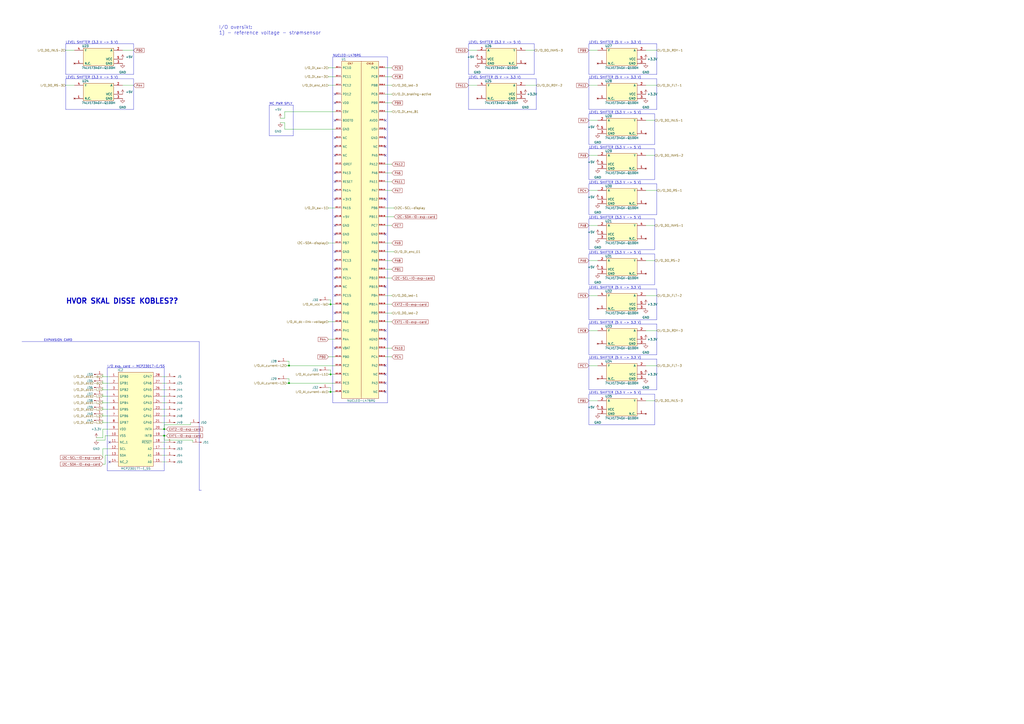
<source format=kicad_sch>
(kicad_sch (version 20230121) (generator eeschema)
  (paper "A2")
  (title_block (title "3-phase DC/AC converter with SV-PWM") (date "2023-03-16") (rev "V. 1.1") (comment 1 "Ingrid Hovland") (comment 2 "Eirik Skorve Haugland") (comment 3 "Marius Englund"))
  (junction (at 167.64 212.09))
  (junction (at 191.77 217.17))
  (junction (at 95.25 248.92))
  (junction (at 95.25 252.73))
  (junction (at 167.64 222.25))
  (junction (at 191.77 227.33))
  (junction (at 191.77 176.53))
  (no_connect (at 194.31 115.57))
  (no_connect (at 194.31 181.61))
  (no_connect (at 194.31 161.29))
  (no_connect (at 194.31 100.33))
  (no_connect (at 223.52 212.09))
  (no_connect (at 194.31 69.85))
  (no_connect (at 223.52 90.17))
  (no_connect (at 194.31 90.17))
  (no_connect (at 194.31 85.09))
  (no_connect (at 194.31 201.93))
  (no_connect (at 223.52 69.85))
  (no_connect (at 194.31 166.37))
  (no_connect (at 194.31 171.45))
  (no_connect (at 194.31 54.61))
  (no_connect (at 63.5 256.54))
  (no_connect (at 194.31 125.73))
  (no_connect (at 194.31 191.77))
  (no_connect (at 223.52 80.01))
  (no_connect (at 223.52 85.09))
  (no_connect (at 194.31 59.69))
  (no_connect (at 194.31 156.21))
  (no_connect (at 223.52 166.37))
  (no_connect (at 194.31 146.05))
  (no_connect (at 223.52 222.25))
  (no_connect (at 223.52 135.89))
  (no_connect (at 223.52 227.33))
  (no_connect (at 194.31 80.01))
  (no_connect (at 223.52 217.17))
  (no_connect (at 223.52 196.85))
  (no_connect (at 194.31 135.89))
  (no_connect (at 194.31 110.49))
  (no_connect (at 194.31 130.81))
  (no_connect (at 63.5 267.97))
  (no_connect (at 194.31 151.13))
  (no_connect (at 223.52 191.77))
  (no_connect (at 223.52 115.57))
  (no_connect (at 223.52 74.93))
  (no_connect (at 194.31 105.41))
  (wire (pts (xy 374.65 151.13) (xy 379.73 151.13)))
  (wire (pts (xy 341.63 69.85) (xy 346.71 69.85)))
  (wire (pts (xy 223.52 201.93) (xy 227.33 201.93)))
  (polyline (pts (xy 271.78 45.72) (xy 271.78 63.5)))
  (wire (pts (xy 93.98 237.49) (xy 96.52 237.49)))
  (polyline (pts (xy 311.15 63.5) (xy 271.78 63.5)))
  (wire (pts (xy 223.52 156.21) (xy 227.33 156.21)))
  (wire (pts (xy 304.8 49.53) (xy 311.15 49.53)))
  (wire (pts (xy 167.64 212.09) (xy 194.31 212.09)))
  (polyline (pts (xy 381 63.5) (xy 341.63 63.5)))
  (wire (pts (xy 59.69 232.41) (xy 59.69 233.68)))
  (polyline (pts (xy 341.63 167.64) (xy 381 167.64)))
  (wire (pts (xy 223.52 125.73) (xy 228.6 125.73)))
  (polyline (pts (xy 77.47 43.18) (xy 38.1 43.18)))
  (polyline (pts (xy 341.63 45.72) (xy 381 45.72)))
  (polyline (pts (xy 341.63 127) (xy 341.63 144.78)))
  (polyline (pts (xy 77.47 63.5) (xy 38.1 63.5)))
  (wire (pts (xy 55.88 254) (xy 59.69 254)))
  (wire (pts (xy 95.25 252.73) (xy 96.52 252.73)))
  (wire (pts (xy 223.52 59.69) (xy 227.33 59.69)))
  (wire (pts (xy 341.63 151.13) (xy 346.71 151.13)))
  (polyline (pts (xy 381 106.68) (xy 381 124.46)))
  (wire (pts (xy 223.52 161.29) (xy 227.33 161.29)))
  (polyline (pts (xy 115.57 284.48) (xy 116.84 284.48)))
  (polyline (pts (xy 95.25 213.36) (xy 95.25 273.05)))
  (wire (pts (xy 374.65 130.81) (xy 379.73 130.81)))
  (wire (pts (xy 162.56 71.12) (xy 165.1 71.12)))
  (wire (pts (xy 223.52 64.77) (xy 227.33 64.77)))
  (wire (pts (xy 167.64 222.25) (xy 194.31 222.25)))
  (wire (pts (xy 223.52 181.61) (xy 227.33 181.61)))
  (polyline (pts (xy 341.63 25.4) (xy 381 25.4)))
  (wire (pts (xy 191.77 217.17) (xy 194.31 217.17)))
  (wire (pts (xy 59.69 229.87) (xy 63.5 229.87)))
  (polyline (pts (xy 77.47 45.72) (xy 77.47 63.5)))
  (polyline (pts (xy 379.73 127) (xy 379.73 144.78)))
  (polyline (pts (xy 271.78 25.4) (xy 271.78 43.18)))
  (polyline (pts (xy 341.63 228.6) (xy 379.73 228.6)))
  (wire (pts (xy 110.49 246.38) (xy 95.25 246.38)))
  (wire (pts (xy 374.65 232.41) (xy 379.73 232.41)))
  (polyline (pts (xy 341.63 187.96) (xy 381 187.96)))
  (wire (pts (xy 223.52 95.25) (xy 227.33 95.25)))
  (wire (pts (xy 223.52 54.61) (xy 227.33 54.61)))
  (wire (pts (xy 341.63 29.21) (xy 346.71 29.21)))
  (wire (pts (xy 93.98 229.87) (xy 96.52 229.87)))
  (polyline (pts (xy 156.21 60.96) (xy 156.21 60.96)))
  (wire (pts (xy 223.52 146.05) (xy 228.6 146.05)))
  (polyline (pts (xy 381 226.06) (xy 341.63 226.06)))
  (polyline (pts (xy 271.78 25.4) (xy 309.88 25.4)))
  (wire (pts (xy 93.98 260.35) (xy 96.52 260.35)))
  (wire (pts (xy 111.76 255.27) (xy 95.25 255.27)))
  (wire (pts (xy 341.63 232.41) (xy 346.71 232.41)))
  (wire (pts (xy 271.78 29.21) (xy 276.86 29.21)))
  (wire (pts (xy 341.63 130.81) (xy 346.71 130.81)))
  (wire (pts (xy 166.37 222.25) (xy 167.64 222.25)))
  (wire (pts (xy 223.52 171.45) (xy 227.33 171.45)))
  (wire (pts (xy 59.69 243.84) (xy 59.69 245.11)))
  (wire (pts (xy 59.69 224.79) (xy 59.69 226.06)))
  (polyline (pts (xy 309.88 25.4) (xy 309.88 43.18)))
  (wire (pts (xy 59.69 218.44) (xy 63.5 218.44)))
  (polyline (pts (xy 341.63 147.32) (xy 379.73 147.32)))
  (wire (pts (xy 341.63 212.09) (xy 346.71 212.09)))
  (wire (pts (xy 374.65 29.21) (xy 381 29.21)))
  (polyline (pts (xy 341.63 147.32) (xy 341.63 165.1)))
  (polyline (pts (xy 341.63 106.68) (xy 341.63 124.46)))
  (polyline (pts (xy 379.73 83.82) (xy 341.63 83.82)))
  (polyline (pts (xy 381 208.28) (xy 381 226.06)))
  (polyline (pts (xy 115.57 198.12) (xy 115.57 284.48)))
  (wire (pts (xy 190.5 217.17) (xy 191.77 217.17)))
  (polyline (pts (xy 62.23 213.36) (xy 95.25 213.36)))
  (polyline (pts (xy 379.73 246.38) (xy 341.63 246.38)))
  (wire (pts (xy 93.98 264.16) (xy 96.52 264.16)))
  (wire (pts (xy 110.49 245.11) (xy 110.49 246.38)))
  (wire (pts (xy 59.69 248.92) (xy 63.5 248.92)))
  (polyline (pts (xy 381 205.74) (xy 341.63 205.74)))
  (wire (pts (xy 374.65 110.49) (xy 381 110.49)))
  (wire (pts (xy 191.77 176.53) (xy 194.31 176.53)))
  (wire (pts (xy 59.69 245.11) (xy 63.5 245.11)))
  (wire (pts (xy 341.63 191.77) (xy 346.71 191.77)))
  (wire (pts (xy 374.65 90.17) (xy 379.73 90.17)))
  (wire (pts (xy 95.25 246.38) (xy 95.25 248.92)))
  (polyline (pts (xy 379.73 228.6) (xy 379.73 246.38)))
  (polyline (pts (xy 341.63 167.64) (xy 341.63 185.42)))
  (wire (pts (xy 374.65 212.09) (xy 381 212.09)))
  (polyline (pts (xy 381 124.46) (xy 341.63 124.46)))
  (wire (pts (xy 59.69 265.43) (xy 59.69 260.35)))
  (wire (pts (xy 59.69 241.3) (xy 63.5 241.3)))
  (wire (pts (xy 93.98 222.25) (xy 96.52 222.25)))
  (polyline (pts (xy 309.88 43.18) (xy 271.78 43.18)))
  (polyline (pts (xy 341.63 208.28) (xy 341.63 226.06)))
  (wire (pts (xy 223.52 176.53) (xy 227.33 176.53)))
  (wire (pts (xy 60.96 255.27) (xy 60.96 252.73)))
  (wire (pts (xy 59.69 233.68) (xy 63.5 233.68)))
  (wire (pts (xy 191.77 214.63) (xy 191.77 217.17)))
  (wire (pts (xy 190.5 207.01) (xy 194.31 207.01)))
  (polyline (pts (xy 379.73 66.04) (xy 379.73 83.82)))
  (wire (pts (xy 190.5 196.85) (xy 194.31 196.85)))
  (wire (pts (xy 60.96 264.16) (xy 63.5 264.16)))
  (wire (pts (xy 93.98 245.11) (xy 96.52 245.11)))
  (wire (pts (xy 191.77 173.99) (xy 191.77 176.53)))
  (polyline (pts (xy 379.73 104.14) (xy 341.63 104.14)))
  (wire (pts (xy 223.52 151.13) (xy 227.33 151.13)))
  (wire (pts (xy 59.69 269.24) (xy 60.96 269.24)))
  (wire (pts (xy 38.1 29.21) (xy 43.18 29.21)))
  (polyline (pts (xy 95.25 273.05) (xy 62.23 273.05)))
  (wire (pts (xy 59.69 240.03) (xy 59.69 241.3)))
  (wire (pts (xy 223.52 39.37) (xy 227.33 39.37)))
  (polyline (pts (xy 379.73 165.1) (xy 341.63 165.1)))
  (polyline (pts (xy 311.15 45.72) (xy 311.15 63.5)))
  (wire (pts (xy 59.69 237.49) (xy 63.5 237.49)))
  (polyline (pts (xy 381 45.72) (xy 381 63.5)))
  (wire (pts (xy 95.25 252.73) (xy 95.25 255.27)))
  (wire (pts (xy 167.64 219.71) (xy 167.64 222.25)))
  (wire (pts (xy 93.98 267.97) (xy 96.52 267.97)))
  (polyline (pts (xy 379.73 86.36) (xy 379.73 104.14)))
  (wire (pts (xy 374.65 171.45) (xy 381 171.45)))
  (wire (pts (xy 95.25 248.92) (xy 96.52 248.92)))
  (polyline (pts (xy 341.63 187.96) (xy 341.63 205.74)))
  (polyline (pts (xy 224.79 33.02) (xy 224.79 233.68)))
  (wire (pts (xy 71.12 49.53) (xy 77.47 49.53)))
  (wire (pts (xy 191.77 224.79) (xy 191.77 227.33)))
  (polyline (pts (xy 224.79 233.68) (xy 193.04 233.68)))
  (polyline (pts (xy 341.63 45.72) (xy 341.63 63.5)))
  (polyline (pts (xy 381 187.96) (xy 381 205.74)))
  (wire (pts (xy 166.37 209.55) (xy 167.64 209.55)))
  (wire (pts (xy 167.64 209.55) (xy 167.64 212.09)))
  (wire (pts (xy 374.65 191.77) (xy 381 191.77)))
  (wire (pts (xy 166.37 219.71) (xy 167.64 219.71)))
  (wire (pts (xy 190.5 120.65) (xy 194.31 120.65)))
  (wire (pts (xy 223.52 105.41) (xy 227.33 105.41)))
  (polyline (pts (xy 341.63 127) (xy 379.73 127)))
  (wire (pts (xy 38.1 49.53) (xy 43.18 49.53)))
  (polyline (pts (xy 341.63 86.36) (xy 341.63 104.14)))
  (wire (pts (xy 223.52 186.69) (xy 227.33 186.69)))
  (wire (pts (xy 93.98 252.73) (xy 95.25 252.73)))
  (wire (pts (xy 93.98 256.54) (xy 96.52 256.54)))
  (wire (pts (xy 59.69 217.17) (xy 59.69 218.44)))
  (wire (pts (xy 304.8 29.21) (xy 309.88 29.21)))
  (wire (pts (xy 374.65 69.85) (xy 379.73 69.85)))
  (wire (pts (xy 166.37 212.09) (xy 167.64 212.09)))
  (wire (pts (xy 93.98 233.68) (xy 96.52 233.68)))
  (polyline (pts (xy 381 43.18) (xy 341.63 43.18)))
  (wire (pts (xy 341.63 171.45) (xy 346.71 171.45)))
  (wire (pts (xy 190.5 49.53) (xy 194.31 49.53)))
  (wire (pts (xy 271.78 49.53) (xy 276.86 49.53)))
  (polyline (pts (xy 62.23 217.17) (xy 62.23 273.05)))
  (wire (pts (xy 190.5 224.79) (xy 191.77 224.79)))
  (wire (pts (xy 190.5 214.63) (xy 191.77 214.63)))
  (wire (pts (xy 223.52 100.33) (xy 227.33 100.33)))
  (polyline (pts (xy 341.63 25.4) (xy 341.63 43.18)))
  (wire (pts (xy 162.56 68.58) (xy 165.1 68.58)))
  (polyline (pts (xy 170.18 78.74) (xy 156.21 78.74)))
  (polyline (pts (xy 379.73 144.78) (xy 341.63 144.78)))
  (polyline (pts (xy 341.63 106.68) (xy 381 106.68)))
  (polyline (pts (xy 381 185.42) (xy 341.63 185.42)))
  (wire (pts (xy 223.52 110.49) (xy 227.33 110.49)))
  (wire (pts (xy 223.52 44.45) (xy 227.33 44.45)))
  (wire (pts (xy 55.88 255.27) (xy 60.96 255.27)))
  (wire (pts (xy 59.69 236.22) (xy 59.69 237.49)))
  (wire (pts (xy 71.12 29.21) (xy 77.47 29.21)))
  (wire (pts (xy 93.98 218.44) (xy 96.52 218.44)))
  (polyline (pts (xy 381 25.4) (xy 381 43.18)))
  (polyline (pts (xy 341.63 66.04) (xy 341.63 83.82)))
  (wire (pts (xy 165.1 74.93) (xy 194.31 74.93)))
  (polyline (pts (xy 193.04 33.02) (xy 224.79 33.02)))
  (polyline (pts (xy 156.21 78.74) (xy 156.21 60.96)))
  (wire (pts (xy 190.5 186.69) (xy 194.31 186.69)))
  (wire (pts (xy 59.69 220.98) (xy 59.69 222.25)))
  (wire (pts (xy 59.69 260.35) (xy 63.5 260.35)))
  (polyline (pts (xy 62.23 217.17) (xy 62.23 213.36)))
  (polyline (pts (xy 381 167.64) (xy 381 185.42)))
  (wire (pts (xy 223.52 49.53) (xy 227.33 49.53)))
  (wire (pts (xy 190.5 173.99) (xy 191.77 173.99)))
  (polyline (pts (xy 271.78 45.72) (xy 311.15 45.72)))
  (wire (pts (xy 191.77 227.33) (xy 194.31 227.33)))
  (polyline (pts (xy 38.1 45.72) (xy 38.1 63.5)))
  (wire (pts (xy 59.69 226.06) (xy 63.5 226.06)))
  (wire (pts (xy 223.52 130.81) (xy 227.33 130.81)))
  (wire (pts (xy 165.1 64.77) (xy 194.31 64.77)))
  (wire (pts (xy 190.5 140.97) (xy 194.31 140.97)))
  (polyline (pts (xy 341.63 228.6) (xy 341.63 246.38)))
  (wire (pts (xy 60.96 269.24) (xy 60.96 264.16)))
  (wire (pts (xy 190.5 44.45) (xy 194.31 44.45)))
  (wire (pts (xy 223.52 120.65) (xy 228.6 120.65)))
  (wire (pts (xy 341.63 110.49) (xy 346.71 110.49)))
  (polyline (pts (xy 193.04 33.02) (xy 193.04 233.68)))
  (wire (pts (xy 190.5 39.37) (xy 194.31 39.37)))
  (wire (pts (xy 111.76 256.54) (xy 111.76 255.27)))
  (wire (pts (xy 341.63 90.17) (xy 346.71 90.17)))
  (polyline (pts (xy 341.63 66.04) (xy 379.73 66.04)))
  (polyline (pts (xy 38.1 45.72) (xy 77.47 45.72)))
  (wire (pts (xy 59.69 228.6) (xy 59.69 229.87)))
  (wire (pts (xy 93.98 226.06) (xy 96.52 226.06)))
  (wire (pts (xy 59.69 222.25) (xy 63.5 222.25)))
  (wire (pts (xy 59.69 254) (xy 59.69 248.92)))
  (wire (pts (xy 60.96 252.73) (xy 63.5 252.73)))
  (wire (pts (xy 223.52 140.97) (xy 227.33 140.97)))
  (polyline (pts (xy 341.63 208.28) (xy 381 208.28)))
  (polyline (pts (xy 38.1 25.4) (xy 38.1 43.18)))
  (wire (pts (xy 223.52 207.01) (xy 227.33 207.01)))
  (wire (pts (xy 93.98 248.92) (xy 95.25 248.92)))
  (polyline (pts (xy 77.47 25.4) (xy 77.47 43.18)))
  (polyline (pts (xy 38.1 25.4) (xy 77.47 25.4)))
  (wire (pts (xy 341.63 49.53) (xy 346.71 49.53)))
  (wire (pts (xy 374.65 49.53) (xy 381 49.53)))
  (wire (pts (xy 190.5 227.33) (xy 191.77 227.33)))
  (wire (pts (xy 93.98 241.3) (xy 96.52 241.3)))
  (polyline (pts (xy 170.18 60.96) (xy 170.18 78.74)))
  (polyline (pts (xy 341.63 86.36) (xy 379.73 86.36)))
  (wire (pts (xy 165.1 74.93) (xy 165.1 71.12)))
  (polyline (pts (xy 156.21 60.96) (xy 170.18 60.96)))
  (polyline (pts (xy 12.7 198.12) (xy 115.57 198.12)))
  (wire (pts (xy 190.5 176.53) (xy 191.77 176.53)))
  (wire (pts (xy 165.1 64.77) (xy 165.1 68.58)))
  (polyline (pts (xy 379.73 147.32) (xy 379.73 165.1)))
  (text "LEVEL SHIFTER (3.3 V -> 5 V)\n" (at 271.78 25.4 0) (effects (font (size 1.27 1.27)) (justify left bottom)))
  (text "NUCLEO-L476RG" (at 193.04 33.02 0) (effects (font (size 1.27 1.27)) (justify left bottom)))
  (text "LEVEL SHIFTER (5 V -> 3.3 V)\n" (at 341.63 187.96 0) (effects (font (size 1.27 1.27)) (justify left bottom)))
  (text "HVOR SKAL DISSE KOBLES??" (at 38.1 176.53 0) (effects (font (size 3 3) (thickness 0.6) bold) (justify left bottom)))
  (text "LEVEL SHIFTER (5 V -> 3.3 V)\n" (at 341.63 45.72 0) (effects (font (size 1.27 1.27)) (justify left bottom)))
  (text "LEVEL SHIFTER (5 V -> 3.3 V)\n" (at 341.63 208.28 0) (effects (font (size 1.27 1.27)) (justify left bottom)))
  (text "LEVEL SHIFTER (5 V -> 3.3 V)\n" (at 271.78 45.72 0) (effects (font (size 1.27 1.27)) (justify left bottom)))
  (text "LEVEL SHIFTER (5 V -> 3.3 V)\n" (at 341.63 25.4 0) (effects (font (size 1.27 1.27)) (justify left bottom)))
  (text "LEVEL SHIFTER (3.3 V -> 5 V)\n" (at 341.63 127 0) (effects (font (size 1.27 1.27)) (justify left bottom)))
  (text "LEVEL SHIFTER (3.3 V -> 5 V)\n" (at 38.1 25.4 0) (effects (font (size 1.27 1.27)) (justify left bottom)))
  (text "LEVEL SHIFTER (3.3 V -> 5 V)\n" (at 341.63 106.68 0) (effects (font (size 1.27 1.27)) (justify left bottom)))
  (text "MC PWR SPLY" (at 156.21 60.96 0) (effects (font (size 1.27 1.27)) (justify left bottom)))
  (text "LEVEL SHIFTER (3.3 V -> 5 V)\n" (at 341.63 228.6 0) (effects (font (size 1.27 1.27)) (justify left bottom)))
  (text "LEVEL SHIFTER (3.3 V -> 5 V)\n" (at 341.63 147.32 0) (effects (font (size 1.27 1.27)) (justify left bottom)))
  (text "LEVEL SHIFTER (3.3 V -> 5 V)\n" (at 38.1 45.72 0) (effects (font (size 1.27 1.27)) (justify left bottom)))
  (text "I/O exp. card - MCP23017-E/SS\n" (at 62.23 213.36 0) (effects (font (size 1.27 1.27)) (justify left bottom)))
  (text "LEVEL SHIFTER (3.3 V -> 5 V)\n" (at 341.63 86.36 0) (effects (font (size 1.27 1.27)) (justify left bottom)))
  (text "EXPANSION CARD" (at 25.4 198.12 0) (effects (font (size 1.27 1.27)) (justify left bottom)))
  (text "LEVEL SHIFTER (5 V -> 3.3 V)\n" (at 341.63 167.64 0) (effects (font (size 1.27 1.27)) (justify left bottom)))
  (text "I/O oversikt:\n1) - reference voltage - strømsensor" (at 127 20.32 0) (effects (font (size 2 2)) (justify left bottom)))
  (text "LEVEL SHIFTER (3.3 V -> 5 V)\n" (at 341.63 66.04 0) (effects (font (size 1.27 1.27)) (justify left bottom)))
  (global_label "PA4" (shape input) (at 77.47 49.53 0) (property "Intersheetrefs" "${INTERSHEET_REFS}" (effects hide)))
  (global_label "EXT1-IO-exp-card" (shape input) (at 227.33 186.69 0) (property "Intersheetrefs" "${INTERSHEET_REFS}" (effects hide)))
  (global_label "PA8" (shape input) (at 341.63 130.81 180) (property "Intersheetrefs" "${INTERSHEET_REFS}" (effects hide)))
  (global_label "PA10" (shape input) (at 271.78 29.21 180) (property "Intersheetrefs" "${INTERSHEET_REFS}" (effects hide)))
  (global_label "PB9" (shape input) (at 341.63 29.21 180) (property "Intersheetrefs" "${INTERSHEET_REFS}" (effects hide)))
  (global_label "I2C-SDA-IO-exp-card" (shape input) (at 59.69 269.24 180) (property "Intersheetrefs" "${INTERSHEET_REFS}" (effects hide)))
  (global_label "PB1" (shape input) (at 227.33 156.21 0) (property "Intersheetrefs" "${INTERSHEET_REFS}" (effects hide)))
  (global_label "PA11" (shape input) (at 227.33 105.41 0) (property "Intersheetrefs" "${INTERSHEET_REFS}" (effects hide)))
  (global_label "PC7" (shape input) (at 341.63 212.09 180) (property "Intersheetrefs" "${INTERSHEET_REFS}" (effects hide)))
  (global_label "PB1" (shape input) (at 341.63 232.41 180) (property "Intersheetrefs" "${INTERSHEET_REFS}" (effects hide)))
  (global_label "PC9" (shape input) (at 227.33 39.37 0) (property "Intersheetrefs" "${INTERSHEET_REFS}" (effects hide)))
  (global_label "I2C-SCL-IO-exp-card" (shape input) (at 59.69 265.43 180) (property "Intersheetrefs" "${INTERSHEET_REFS}" (effects hide)))
  (global_label "EXT2-IO-exp-card" (shape input) (at 227.33 176.53 0) (property "Intersheetrefs" "${INTERSHEET_REFS}" (effects hide)))
  (global_label "PA11" (shape input) (at 271.78 49.53 180) (property "Intersheetrefs" "${INTERSHEET_REFS}" (effects hide)))
  (global_label "PC9" (shape input) (at 341.63 171.45 180) (property "Intersheetrefs" "${INTERSHEET_REFS}" (effects hide)))
  (global_label "PA12" (shape input) (at 341.63 49.53 180) (property "Intersheetrefs" "${INTERSHEET_REFS}" (effects hide)))
  (global_label "PC4" (shape input) (at 341.63 110.49 180) (property "Intersheetrefs" "${INTERSHEET_REFS}" (effects hide)))
  (global_label "PA12" (shape input) (at 227.33 95.25 0) (property "Intersheetrefs" "${INTERSHEET_REFS}" (effects hide)))
  (global_label "PA7" (shape input) (at 227.33 110.49 0) (property "Intersheetrefs" "${INTERSHEET_REFS}" (effects hide)))
  (global_label "PA6" (shape input) (at 227.33 100.33 0) (property "Intersheetrefs" "${INTERSHEET_REFS}" (effects hide)))
  (global_label "PC7" (shape input) (at 227.33 130.81 0) (property "Intersheetrefs" "${INTERSHEET_REFS}" (effects hide)))
  (global_label "PA9" (shape input) (at 341.63 90.17 180) (property "Intersheetrefs" "${INTERSHEET_REFS}" (effects hide)))
  (global_label "PA7" (shape input) (at 341.63 69.85 180) (property "Intersheetrefs" "${INTERSHEET_REFS}" (effects hide)))
  (global_label "PB0" (shape input) (at 77.47 29.21 0) (property "Intersheetrefs" "${INTERSHEET_REFS}" (effects hide)))
  (global_label "EXT2-IO-exp-card" (shape input) (at 96.52 248.92 0) (property "Intersheetrefs" "${INTERSHEET_REFS}" (effects hide)))
  (global_label "PC8" (shape input) (at 227.33 44.45 0) (property "Intersheetrefs" "${INTERSHEET_REFS}" (effects hide)))
  (global_label "I2C-SDA-IO-exp-card" (shape input) (at 228.6 125.73 0) (property "Intersheetrefs" "${INTERSHEET_REFS}" (effects hide)))
  (global_label "PA8" (shape input) (at 227.33 151.13 0) (property "Intersheetrefs" "${INTERSHEET_REFS}" (effects hide)))
  (global_label "PA6" (shape input) (at 341.63 151.13 180) (property "Intersheetrefs" "${INTERSHEET_REFS}" (effects hide)))
  (global_label "PC8" (shape input) (at 341.63 191.77 180) (property "Intersheetrefs" "${INTERSHEET_REFS}" (effects hide)))
  (global_label "PA10" (shape input) (at 227.33 201.93 0) (property "Intersheetrefs" "${INTERSHEET_REFS}" (effects hide)))
  (global_label "I2C-SCL-IO-exp-card" (shape input) (at 227.33 161.29 0) (property "Intersheetrefs" "${INTERSHEET_REFS}" (effects hide)))
  (global_label "PA9" (shape input) (at 227.33 140.97 0) (property "Intersheetrefs" "${INTERSHEET_REFS}" (effects hide)))
  (global_label "PB0" (shape input) (at 190.5 207.01 180) (property "Intersheetrefs" "${INTERSHEET_REFS}" (effects hide)))
  (global_label "PC4" (shape input) (at 227.33 207.01 0) (property "Intersheetrefs" "${INTERSHEET_REFS}" (effects hide)))
  (global_label "PB9" (shape input) (at 227.33 59.69 0) (property "Intersheetrefs" "${INTERSHEET_REFS}" (effects hide)))
  (global_label "EXT1-IO-exp-card" (shape input) (at 96.52 252.73 0) (property "Intersheetrefs" "${INTERSHEET_REFS}" (effects hide)))
  (global_label "PA4" (shape input) (at 190.5 196.85 180) (property "Intersheetrefs" "${INTERSHEET_REFS}" (effects hide)))
  (hierarchical_label "I{slash}O_DI_ocd1-L3" (shape input) (at 59.69 241.3 180))
  (hierarchical_label "I{slash}O_DI_RDY-1" (shape input) (at 381 29.21 0))
  (hierarchical_label "I{slash}O_DO_INHS-2" (shape input) (at 379.73 90.17 0))
  (hierarchical_label "I{slash}O_DO_led-1" (shape input) (at 227.33 171.45 0))
  (hierarchical_label "I{slash}O_DI_enc_A1" (shape input) (at 190.5 49.53 180))
  (hierarchical_label "I{slash}O_AI_current-L2" (shape input) (at 166.37 212.09 180))
  (hierarchical_label "I{slash}O_DO_INLS-2" (shape input) (at 38.1 29.21 180))
  (hierarchical_label "I{slash}O_AI_dc-link-voltage" (shape input) (at 190.5 186.69 180))
  (hierarchical_label "I{slash}O_DI_FLT-2" (shape input) (at 381 171.45 0))
  (hierarchical_label "I{slash}O_AI_current-dc" (shape input) (at 190.5 227.33 180))
  (hierarchical_label "I{slash}O_AI_current-L1" (shape input) (at 190.5 217.17 180))
  (hierarchical_label "I{slash}O_DO_RS-1" (shape input) (at 381 110.49 0))
  (hierarchical_label "I{slash}O_DI_FLT-3" (shape input) (at 381 212.09 0))
  (hierarchical_label "I{slash}O_DI_RDY-3" (shape input) (at 381 191.77 0))
  (hierarchical_label "I2C-SCL-display" (shape input) (at 228.6 120.65 0))
  (hierarchical_label "I{slash}O_DI_ocd1-L1" (shape input) (at 59.69 226.06 180))
  (hierarchical_label "I{slash}O_DI_sw-2" (shape input) (at 190.5 39.37 180))
  (hierarchical_label "I{slash}O_DI_braking-active" (shape input) (at 227.33 54.61 0))
  (hierarchical_label "I{slash}O_AI_current-L3" (shape input) (at 166.37 222.25 180))
  (hierarchical_label "I{slash}O_DO_RS-3" (shape input) (at 38.1 49.53 180))
  (hierarchical_label "I{slash}O_DI_ocd2-L2" (shape input) (at 59.69 237.49 180))
  (hierarchical_label "I{slash}O_DO_INLS-3" (shape input) (at 379.73 232.41 0))
  (hierarchical_label "I2C-SDA-display" (shape input) (at 190.5 140.97 180))
  (hierarchical_label "I{slash}O_DO_led-3" (shape input) (at 227.33 49.53 0))
  (hierarchical_label "I{slash}O_DO_INLS-1" (shape input) (at 379.73 69.85 0))
  (hierarchical_label "I{slash}O_DI_sw-3" (shape input) (at 190.5 44.45 180))
  (hierarchical_label "I{slash}O_DO_led-2" (shape input) (at 227.33 181.61 0))
  (hierarchical_label "I{slash}O_DI_ocd2-L1" (shape input) (at 59.69 229.87 180))
  (hierarchical_label "I{slash}O_DI_FLT-1" (shape input) (at 381 49.53 0))
  (hierarchical_label "I{slash}O_DI_enc_B1" (shape input) (at 227.33 64.77 0))
  (hierarchical_label "I{slash}O_DI_ocd1-dc" (shape input) (at 59.69 218.44 180))
  (hierarchical_label "I{slash}O_DO_INHS-3" (shape input) (at 309.88 29.21 0))
  (hierarchical_label "I{slash}O_DI_ocd1-L2" (shape input) (at 59.69 233.68 180))
  (hierarchical_label "I{slash}O_DO_INHS-1" (shape input) (at 379.73 130.81 0))
  (hierarchical_label "I{slash}O_DI_RDY-2" (shape input) (at 311.15 49.53 0))
  (hierarchical_label "I{slash}O_DI_ocd2-L3" (shape input) (at 59.69 245.11 180))
  (hierarchical_label "I{slash}O_DI_ocd2-dc" (shape input) (at 59.69 222.25 180))
  (hierarchical_label "I{slash}O_DI_sw-1" (shape input) (at 190.5 120.65 180))
  (hierarchical_label "I{slash}O_DO_RS-2" (shape input) (at 379.73 151.13 0))
  (hierarchical_label "I{slash}O_DI_enc_E1" (shape input) (at 228.6 146.05 0))
  (hierarchical_label "I{slash}O_AI_vcc-io" (shape input) (at 190.5 176.53 180))
  (symbol (lib_id "Connector:Conn_01x01_Male") (at 54.61 217.17 0) (unit 1)
    (property "Reference" "J33" (at 52.07 217.17 0))
    (property "Value" "Conn_01x01_Male" (effects hide))
    (property "Footprint" "Connector_PinHeader_1.00mm:PinHeader_1x01_P1.00mm_Vertical" (effects hide))
  )
  (symbol (lib_id "Connector:Conn_01x01_Male") (at 101.6 218.44 180) (unit 1)
    (property "Reference" "J5" (at 104.14 218.44 0))
    (property "Value" "Conn_01x01_Male" (effects hide))
    (property "Footprint" "Connector_PinHeader_1.00mm:PinHeader_1x01_P1.00mm_Vertical" (effects hide))
  )
  (symbol (lib_id "5VISO:GND") (at 55.88 255.27 0) (unit 1)
    (property "Reference" "#PWR0225" (effects hide))
    (property "Value" "GND" (at 55.88 260.35 0))
  )
  (symbol (lib_id "Connector:Conn_01x01_Male") (at 54.61 236.22 0) (unit 1)
    (property "Reference" "J39" (at 52.07 236.22 0))
    (property "Value" "Conn_01x01_Male" (effects hide))
    (property "Footprint" "Connector_PinHeader_1.00mm:PinHeader_1x01_P1.00mm_Vertical" (effects hide))
  )
  (symbol (lib_id "MCP23017T-E_SS:MCP23017T-E_SS") (at 63.5 218.44 0) (unit 1)
    (property "Reference" "IC2" (at 69.85 214.63 0))
    (property "Value" "MCP23017T-E_SS" (at 78.74 271.78 0))
    (property "Footprint" "SVPWM-LIB-footprints:MCP23017T-ESS-SOP65P780X200-28N" (effects hide))
    (property "Datasheet" "https://datasheet.datasheetarchive.com/originals/distributors/SFDatasheet-4/sf-00090057.pdf" (effects hide))
    (property "Description" "16-Bit I/O Expander with Serial Interface" (effects hide))
    (property "Height" "2" (effects hide))
    (property "Manufacturer_Name" "Microchip" (effects hide))
    (property "Manufacturer_Part_Number" "MCP23017T-E/SS" (effects hide))
    (property "Mouser Part Number" "579-MCP23017T-E/SS" (effects hide))
    (property "Mouser Price/Stock" "https://www.mouser.co.uk/ProductDetail/Microchip-Technology-Atmel/MCP23017T-E-SS?qs=usxtMOJb1Rz2FhASIaFluQ%3D%3D" (effects hide))
    (property "Arrow Part Number" "MCP23017T-E/SS" (effects hide))
    (property "Arrow Price/Stock" "https://www.arrow.com/en/products/mcp23017t-ess/microchip-technology?region=nac" (effects hide))
  )
  (symbol (lib_id "5VISO:GND") (at 374.65 179.07 0) (unit 1)
    (property "Reference" "#PWR0197" (effects hide))
    (property "Value" "GND" (at 374.65 184.15 0))
  )
  (symbol (lib_id "Connector:Conn_01x01_Male") (at 185.42 173.99 0) (unit 1)
    (property "Reference" "J30" (at 182.88 173.99 0))
    (property "Value" "Conn_01x01_Male" (effects hide))
    (property "Footprint" "Connector_PinHeader_1.00mm:PinHeader_1x01_P1.00mm_Vertical" (effects hide))
  )
  (symbol (lib_id "5VISO:+5V") (at 276.86 34.29 0) (unit 1)
    (property "Reference" "#PWR0189" (effects hide))
    (property "Value" "+5V" (at 273.05 33.02 0))
  )
  (symbol (lib_id "Connector:Conn_01x01_Male") (at 185.42 224.79 0) (unit 1)
    (property "Reference" "J32" (at 182.88 224.79 0))
    (property "Value" "Conn_01x01_Male" (effects hide))
    (property "Footprint" "Connector_PinHeader_1.00mm:PinHeader_1x01_P1.00mm_Vertical" (effects hide))
  )
  (symbol (lib_id "Connector:Conn_01x01_Male") (at 161.29 209.55 0) (unit 1)
    (property "Reference" "J28" (at 158.75 209.55 0))
    (property "Value" "Conn_01x01_Male" (effects hide))
    (property "Footprint" "Connector_PinHeader_1.00mm:PinHeader_1x01_P1.00mm_Vertical" (effects hide))
  )
  (symbol (lib_id "Connector:Conn_01x01_Male") (at 101.6 222.25 180) (unit 1)
    (property "Reference" "J25" (at 104.14 222.25 0))
    (property "Value" "Conn_01x01_Male" (effects hide))
    (property "Footprint" "Connector_PinHeader_1.00mm:PinHeader_1x01_P1.00mm_Vertical" (effects hide))
  )
  (symbol (lib_id "74LV1T34GV-Q100H:74LV1T34GV-Q100H") (at 346.71 152.4 0) (unit 1)
    (property "Reference" "U31" (at 353.06 148.59 0))
    (property "Value" "74LV1T34GV-Q100H" (at 360.68 161.29 0))
    (property "Footprint" "SVPWM-LIB-footprints:nexperia-SOT95P275X110-5N" (effects hide))
    (property "Datasheet" "https://assets.nexperia.com/documents/data-sheet/74LV1T34_Q100.pdf" (effects hide))
    (property "Description" "NEXPERIA - 74LV1T34GV-Q100H - TRANSLATING BUFFER, AEC-Q100, 125DEG C" (effects hide))
    (property "Height" "1.1" (effects hide))
    (property "Manufacturer_Name" "Nexperia" (effects hide))
    (property "Manufacturer_Part_Number" "74LV1T34GV-Q100H" (effects hide))
    (property "Mouser Part Number" "771-74LV1T34GV-Q100H" (effects hide))
    (property "Mouser Price/Stock" "https://www.mouser.co.uk/ProductDetail/Nexperia/74LV1T34GV-Q100H?qs=TiOZkKH1s2TzuQOxe77aWA%3D%3D" (effects hide))
    (property "Arrow Part Number" "74LV1T34GV-Q100H" (effects hide))
    (property "Arrow Price/Stock" "https://www.arrow.com/en/products/74lv1t34gv-q100h/nexperia?region=nac" (effects hide))
  )
  (symbol (lib_id "5VISO:GND") (at 346.71 240.03 0) (unit 1)
    (property "Reference" "#PWR0202" (effects hide))
    (property "Value" "GND" (at 346.71 245.11 0))
  )
  (symbol (lib_id "Connector:Conn_01x01_Male") (at 101.6 241.3 180) (unit 1)
    (property "Reference" "J48" (at 104.14 241.3 0))
    (property "Value" "Conn_01x01_Male" (effects hide))
    (property "Footprint" "Connector_PinHeader_1.00mm:PinHeader_1x01_P1.00mm_Vertical" (effects hide))
  )
  (symbol (lib_id "5VISO:+5V") (at 346.71 156.21 0) (unit 1)
    (property "Reference" "#PWR0194" (effects hide))
    (property "Value" "+5V" (at 342.9 154.94 0))
  )
  (symbol (lib_id "5VISO:+5V") (at 346.71 74.93 0) (unit 1)
    (property "Reference" "#PWR0170" (effects hide))
    (property "Value" "+5V" (at 342.9 73.66 0))
  )
  (symbol (lib_id "5VISO:+3.3V") (at 55.88 254 0) (unit 1)
    (property "Reference" "#PWR0226" (effects hide))
    (property "Value" "+3.3V" (at 55.88 248.92 0))
  )
  (symbol (lib_id "74LV1T34GV-Q100H:74LV1T34GV-Q100H") (at 276.86 30.48 0) (unit 1)
    (property "Reference" "U26" (at 283.21 26.67 0))
    (property "Value" "74LV1T34GV-Q100H" (at 290.83 39.37 0))
    (property "Footprint" "SVPWM-LIB-footprints:nexperia-SOT95P275X110-5N" (effects hide))
    (property "Datasheet" "https://assets.nexperia.com/documents/data-sheet/74LV1T34_Q100.pdf" (effects hide))
    (property "Description" "NEXPERIA - 74LV1T34GV-Q100H - TRANSLATING BUFFER, AEC-Q100, 125DEG C" (effects hide))
    (property "Height" "1.1" (effects hide))
    (property "Manufacturer_Name" "Nexperia" (effects hide))
    (property "Manufacturer_Part_Number" "74LV1T34GV-Q100H" (effects hide))
    (property "Mouser Part Number" "771-74LV1T34GV-Q100H" (effects hide))
    (property "Mouser Price/Stock" "https://www.mouser.co.uk/ProductDetail/Nexperia/74LV1T34GV-Q100H?qs=TiOZkKH1s2TzuQOxe77aWA%3D%3D" (effects hide))
    (property "Arrow Part Number" "74LV1T34GV-Q100H" (effects hide))
    (property "Arrow Price/Stock" "https://www.arrow.com/en/products/74lv1t34gv-q100h/nexperia?region=nac" (effects hide))
  )
  (symbol (lib_id "5VISO:+3.3V") (at 374.65 54.61 0) (unit 1)
    (property "Reference" "#PWR0186" (effects hide))
    (property "Value" "+3.3V" (at 378.46 54.61 0))
  )
  (symbol (lib_id "Connector:Conn_01x01_Male") (at 54.61 240.03 0) (unit 1)
    (property "Reference" "J40" (at 52.07 240.03 0))
    (property "Value" "Conn_01x01_Male" (effects hide))
    (property "Footprint" "Connector_PinHeader_1.00mm:PinHeader_1x01_P1.00mm_Vertical" (effects hide))
  )
  (symbol (lib_id "5VISO:GND") (at 374.65 57.15 0) (unit 1)
    (property "Reference" "#PWR0187" (effects hide))
    (property "Value" "GND" (at 374.65 62.23 0))
  )
  (symbol (lib_name "74LV1T34GV-Q100H_1") (lib_id "74LV1T34GV-Q100H:74LV1T34GV-Q100H") (at 43.18 50.8 0) (unit 1)
    (property "Reference" "U24" (at 49.53 46.99 0))
    (property "Value" "74LV1T34GV-Q100H" (at 57.15 59.69 0))
    (property "Footprint" "SVPWM-LIB-footprints:nexperia-SOT95P275X110-5N" (effects hide))
    (property "Datasheet" "https://assets.nexperia.com/documents/data-sheet/74LV1T34_Q100.pdf" (effects hide))
    (property "Description" "NEXPERIA - 74LV1T34GV-Q100H - TRANSLATING BUFFER, AEC-Q100, 125DEG C" (effects hide))
    (property "Height" "1.1" (effects hide))
    (property "Manufacturer_Name" "Nexperia" (effects hide))
    (property "Manufacturer_Part_Number" "74LV1T34GV-Q100H" (effects hide))
    (property "Mouser Part Number" "771-74LV1T34GV-Q100H" (effects hide))
    (property "Mouser Price/Stock" "https://www.mouser.co.uk/ProductDetail/Nexperia/74LV1T34GV-Q100H?qs=TiOZkKH1s2TzuQOxe77aWA%3D%3D" (effects hide))
    (property "Arrow Part Number" "74LV1T34GV-Q100H" (effects hide))
    (property "Arrow Price/Stock" "https://www.arrow.com/en/products/74lv1t34gv-q100h/nexperia?region=nac" (effects hide))
  )
  (symbol (lib_id "Connector:Conn_01x01_Male") (at 54.61 232.41 0) (unit 1)
    (property "Reference" "J38" (at 52.07 232.41 0))
    (property "Value" "Conn_01x01_Male" (effects hide))
    (property "Footprint" "Connector_PinHeader_1.00mm:PinHeader_1x01_P1.00mm_Vertical" (effects hide))
  )
  (symbol (lib_id "Connector:Conn_01x01_Male") (at 185.42 214.63 0) (unit 1)
    (property "Reference" "J31" (at 182.88 214.63 0))
    (property "Value" "Conn_01x01_Male" (effects hide))
    (property "Footprint" "Connector_PinHeader_1.00mm:PinHeader_1x01_P1.00mm_Vertical" (effects hide))
  )
  (symbol (lib_id "5VISO:GND") (at 162.56 71.12 0) (unit 1)
    (property "Reference" "#PWR0229" (effects hide))
    (property "Value" "GND" (at 161.29 76.2 0))
  )
  (symbol (lib_id "5VISO:+3.3V") (at 374.65 196.85 0) (unit 1)
    (property "Reference" "#PWR0199" (effects hide))
    (property "Value" "+3.3V" (at 378.46 196.85 0))
  )
  (symbol (lib_id "Connector:Conn_01x01_Male") (at 116.84 256.54 180) (unit 1)
    (property "Reference" "J51" (at 119.38 256.54 0))
    (property "Value" "Conn_01x01_Male" (effects hide))
    (property "Footprint" "Connector_PinHeader_1.00mm:PinHeader_1x01_P1.00mm_Vertical" (effects hide))
  )
  (symbol (lib_id "Connector:Conn_01x01_Male") (at 101.6 256.54 180) (unit 1)
    (property "Reference" "J52" (at 104.14 256.54 0))
    (property "Value" "Conn_01x01_Male" (effects hide))
    (property "Footprint" "Connector_PinHeader_1.00mm:PinHeader_1x01_P1.00mm_Vertical" (effects hide))
  )
  (symbol (lib_id "Connector:Conn_01x01_Male") (at 101.6 229.87 180) (unit 1)
    (property "Reference" "J45" (at 104.14 229.87 0))
    (property "Value" "Conn_01x01_Male" (effects hide))
    (property "Footprint" "Connector_PinHeader_1.00mm:PinHeader_1x01_P1.00mm_Vertical" (effects hide))
  )
  (symbol (lib_name "74LV1T34GV-Q100H_1") (lib_id "74LV1T34GV-Q100H:74LV1T34GV-Q100H") (at 276.86 50.8 0) (unit 1)
    (property "Reference" "U25" (at 283.21 46.99 0))
    (property "Value" "74LV1T34GV-Q100H" (at 290.83 59.69 0))
    (property "Footprint" "SVPWM-LIB-footprints:nexperia-SOT95P275X110-5N" (effects hide))
    (property "Datasheet" "https://assets.nexperia.com/documents/data-sheet/74LV1T34_Q100.pdf" (effects hide))
    (property "Description" "NEXPERIA - 74LV1T34GV-Q100H - TRANSLATING BUFFER, AEC-Q100, 125DEG C" (effects hide))
    (property "Height" "1.1" (effects hide))
    (property "Manufacturer_Name" "Nexperia" (effects hide))
    (property "Manufacturer_Part_Number" "74LV1T34GV-Q100H" (effects hide))
    (property "Mouser Part Number" "771-74LV1T34GV-Q100H" (effects hide))
    (property "Mouser Price/Stock" "https://www.mouser.co.uk/ProductDetail/Nexperia/74LV1T34GV-Q100H?qs=TiOZkKH1s2TzuQOxe77aWA%3D%3D" (effects hide))
    (property "Arrow Part Number" "74LV1T34GV-Q100H" (effects hide))
    (property "Arrow Price/Stock" "https://www.arrow.com/en/products/74lv1t34gv-q100h/nexperia?region=nac" (effects hide))
  )
  (symbol (lib_id "Connector:Conn_01x01_Male") (at 101.6 245.11 180) (unit 1)
    (property "Reference" "J49" (at 104.14 245.11 0))
    (property "Value" "Conn_01x01_Male" (effects hide))
    (property "Footprint" "Connector_PinHeader_1.00mm:PinHeader_1x01_P1.00mm_Vertical" (effects hide))
  )
  (symbol (lib_id "5VISO:GND") (at 304.8 57.15 0) (unit 1)
    (property "Reference" "#PWR0212" (effects hide))
    (property "Value" "GND" (at 304.8 62.23 0))
  )
  (symbol (lib_id "Connector:Conn_01x01_Male") (at 101.6 233.68 180) (unit 1)
    (property "Reference" "J46" (at 104.14 233.68 0))
    (property "Value" "Conn_01x01_Male" (effects hide))
    (property "Footprint" "Connector_PinHeader_1.00mm:PinHeader_1x01_P1.00mm_Vertical" (effects hide))
  )
  (symbol (lib_id "Connector:Conn_01x01_Male") (at 101.6 260.35 180) (unit 1)
    (property "Reference" "J53" (at 104.14 260.35 0))
    (property "Value" "Conn_01x01_Male" (effects hide))
    (property "Footprint" "Connector_PinHeader_1.00mm:PinHeader_1x01_P1.00mm_Vertical" (effects hide))
  )
  (symbol (lib_id "5VISO:+5V") (at 346.71 115.57 0) (unit 1)
    (property "Reference" "#PWR0193" (effects hide))
    (property "Value" "+5V" (at 342.9 114.3 0))
  )
  (symbol (lib_id "5VISO:+5V") (at 346.71 95.25 0) (unit 1)
    (property "Reference" "#PWR0191" (effects hide))
    (property "Value" "+5V" (at 342.9 93.98 0))
  )
  (symbol (lib_id "5VISO:GND") (at 374.65 199.39 0) (unit 1)
    (property "Reference" "#PWR0198" (effects hide))
    (property "Value" "GND" (at 374.65 204.47 0))
  )
  (symbol (lib_id "5VISO:+5V") (at 346.71 237.49 0) (unit 1)
    (property "Reference" "#PWR0203" (effects hide))
    (property "Value" "+5V" (at 342.9 236.22 0))
  )
  (symbol (lib_id "5VISO:GND") (at 374.65 36.83 0) (unit 1)
    (property "Reference" "#PWR0179" (effects hide))
    (property "Value" "GND" (at 374.65 41.91 0))
  )
  (symbol (lib_id "5VISO:GND") (at 374.65 219.71 0) (unit 1)
    (property "Reference" "#PWR0200" (effects hide))
    (property "Value" "GND" (at 374.65 224.79 0))
  )
  (symbol (lib_id "Connector:Conn_01x01_Male") (at 54.61 228.6 0) (unit 1)
    (property "Reference" "J37" (at 52.07 228.6 0))
    (property "Value" "Conn_01x01_Male" (effects hide))
    (property "Footprint" "Connector_PinHeader_1.00mm:PinHeader_1x01_P1.00mm_Vertical" (effects hide))
  )
  (symbol (lib_id "Connector:Conn_01x01_Male") (at 115.57 245.11 180) (unit 1)
    (property "Reference" "J50" (at 118.11 245.11 0))
    (property "Value" "Conn_01x01_Male" (effects hide))
    (property "Footprint" "Connector_PinHeader_1.00mm:PinHeader_1x01_P1.00mm_Vertical" (effects hide))
  )
  (symbol (lib_id "5VISO:GND") (at 346.71 118.11 0) (unit 1)
    (property "Reference" "#PWR0192" (effects hide))
    (property "Value" "GND" (at 346.71 123.19 0))
  )
  (symbol (lib_name "74LV1T34GV-Q100H_1") (lib_id "74LV1T34GV-Q100H:74LV1T34GV-Q100H") (at 346.71 213.36 0) (unit 1)
    (property "Reference" "U34" (at 353.06 209.55 0))
    (property "Value" "74LV1T34GV-Q100H" (at 360.68 222.25 0))
    (property "Footprint" "SVPWM-LIB-footprints:nexperia-SOT95P275X110-5N" (effects hide))
    (property "Datasheet" "https://assets.nexperia.com/documents/data-sheet/74LV1T34_Q100.pdf" (effects hide))
    (property "Description" "NEXPERIA - 74LV1T34GV-Q100H - TRANSLATING BUFFER, AEC-Q100, 125DEG C" (effects hide))
    (property "Height" "1.1" (effects hide))
    (property "Manufacturer_Name" "Nexperia" (effects hide))
    (property "Manufacturer_Part_Number" "74LV1T34GV-Q100H" (effects hide))
    (property "Mouser Part Number" "771-74LV1T34GV-Q100H" (effects hide))
    (property "Mouser Price/Stock" "https://www.mouser.co.uk/ProductDetail/Nexperia/74LV1T34GV-Q100H?qs=TiOZkKH1s2TzuQOxe77aWA%3D%3D" (effects hide))
    (property "Arrow Part Number" "74LV1T34GV-Q100H" (effects hide))
    (property "Arrow Price/Stock" "https://www.arrow.com/en/products/74lv1t34gv-q100h/nexperia?region=nac" (effects hide))
  )
  (symbol (lib_id "5VISO:GND") (at 71.12 57.15 0) (unit 1)
    (property "Reference" "#PWR0208" (effects hide))
    (property "Value" "GND" (at 71.12 62.23 0))
  )
  (symbol (lib_id "5VISO:+5V") (at 71.12 34.29 0) (unit 1)
    (property "Reference" "#PWR0205" (effects hide))
    (property "Value" "+5V" (at 74.93 33.02 0))
  )
  (symbol (lib_id "74LV1T34GV-Q100H:74LV1T34GV-Q100H") (at 346.71 233.68 0) (unit 1)
    (property "Reference" "U35" (at 353.06 229.87 0))
    (property "Value" "74LV1T34GV-Q100H" (at 360.68 242.57 0))
    (property "Footprint" "SVPWM-LIB-footprints:nexperia-SOT95P275X110-5N" (effects hide))
    (property "Datasheet" "https://assets.nexperia.com/documents/data-sheet/74LV1T34_Q100.pdf" (effects hide))
    (property "Description" "NEXPERIA - 74LV1T34GV-Q100H - TRANSLATING BUFFER, AEC-Q100, 125DEG C" (effects hide))
    (property "Height" "1.1" (effects hide))
    (property "Manufacturer_Name" "Nexperia" (effects hide))
    (property "Manufacturer_Part_Number" "74LV1T34GV-Q100H" (effects hide))
    (property "Mouser Part Number" "771-74LV1T34GV-Q100H" (effects hide))
    (property "Mouser Price/Stock" "https://www.mouser.co.uk/ProductDetail/Nexperia/74LV1T34GV-Q100H?qs=TiOZkKH1s2TzuQOxe77aWA%3D%3D" (effects hide))
    (property "Arrow Part Number" "74LV1T34GV-Q100H" (effects hide))
    (property "Arrow Price/Stock" "https://www.arrow.com/en/products/74lv1t34gv-q100h/nexperia?region=nac" (effects hide))
  )
  (symbol (lib_id "5VISO:+3.3V") (at 374.65 176.53 0) (unit 1)
    (property "Reference" "#PWR0196" (effects hide))
    (property "Value" "+3.3V" (at 378.46 176.53 0))
  )
  (symbol (lib_id "74LV1T34GV-Q100H:74LV1T34GV-Q100H") (at 346.71 71.12 0) (unit 1)
    (property "Reference" "U20" (at 353.06 67.31 0))
    (property "Value" "74LV1T34GV-Q100H" (at 360.68 80.01 0))
    (property "Footprint" "SVPWM-LIB-footprints:nexperia-SOT95P275X110-5N" (effects hide))
    (property "Datasheet" "https://assets.nexperia.com/documents/data-sheet/74LV1T34_Q100.pdf" (effects hide))
    (property "Description" "NEXPERIA - 74LV1T34GV-Q100H - TRANSLATING BUFFER, AEC-Q100, 125DEG C" (effects hide))
    (property "Height" "1.1" (effects hide))
    (property "Manufacturer_Name" "Nexperia" (effects hide))
    (property "Manufacturer_Part_Number" "74LV1T34GV-Q100H" (effects hide))
    (property "Mouser Part Number" "771-74LV1T34GV-Q100H" (effects hide))
    (property "Mouser Price/Stock" "https://www.mouser.co.uk/ProductDetail/Nexperia/74LV1T34GV-Q100H?qs=TiOZkKH1s2TzuQOxe77aWA%3D%3D" (effects hide))
    (property "Arrow Part Number" "74LV1T34GV-Q100H" (effects hide))
    (property "Arrow Price/Stock" "https://www.arrow.com/en/products/74lv1t34gv-q100h/nexperia?region=nac" (effects hide))
  )
  (symbol (lib_id "5VISO:GND") (at 276.86 36.83 0) (unit 1)
    (property "Reference" "#PWR0188" (effects hide))
    (property "Value" "GND" (at 276.86 41.91 0))
  )
  (symbol (lib_id "5VISO:GND") (at 346.71 158.75 0) (unit 1)
    (property "Reference" "#PWR0195" (effects hide))
    (property "Value" "GND" (at 346.71 163.83 0))
  )
  (symbol (lib_id "Connector:Conn_01x01_Male") (at 161.29 219.71 0) (unit 1)
    (property "Reference" "J29" (at 158.75 219.71 0))
    (property "Value" "Conn_01x01_Male" (effects hide))
    (property "Footprint" "Connector_PinHeader_1.00mm:PinHeader_1x01_P1.00mm_Vertical" (effects hide))
  )
  (symbol (lib_id "Connector:Conn_01x01_Male") (at 101.6 267.97 180) (unit 1)
    (property "Reference" "J55" (at 104.14 267.97 0))
    (property "Value" "Conn_01x01_Male" (effects hide))
    (property "Footprint" "Connector_PinHeader_1.00mm:PinHeader_1x01_P1.00mm_Vertical" (effects hide))
  )
  (symbol (lib_id "74LV1T34GV-Q100H:74LV1T34GV-Q100H") (at 346.71 91.44 0) (unit 1)
    (property "Reference" "U29" (at 353.06 87.63 0))
    (property "Value" "74LV1T34GV-Q100H" (at 360.68 100.33 0))
    (property "Footprint" "SVPWM-LIB-footprints:nexperia-SOT95P275X110-5N" (effects hide))
    (property "Datasheet" "https://assets.nexperia.com/documents/data-sheet/74LV1T34_Q100.pdf" (effects hide))
    (property "Description" "NEXPERIA - 74LV1T34GV-Q100H - TRANSLATING BUFFER, AEC-Q100, 125DEG C" (effects hide))
    (property "Height" "1.1" (effects hide))
    (property "Manufacturer_Name" "Nexperia" (effects hide))
    (property "Manufacturer_Part_Number" "74LV1T34GV-Q100H" (effects hide))
    (property "Mouser Part Number" "771-74LV1T34GV-Q100H" (effects hide))
    (property "Mouser Price/Stock" "https://www.mouser.co.uk/ProductDetail/Nexperia/74LV1T34GV-Q100H?qs=TiOZkKH1s2TzuQOxe77aWA%3D%3D" (effects hide))
    (property "Arrow Part Number" "74LV1T34GV-Q100H" (effects hide))
    (property "Arrow Price/Stock" "https://www.arrow.com/en/products/74lv1t34gv-q100h/nexperia?region=nac" (effects hide))
  )
  (symbol (lib_id "Connector:Conn_01x01_Male") (at 101.6 226.06 180) (unit 1)
    (property "Reference" "J44" (at 104.14 226.06 0))
    (property "Value" "Conn_01x01_Male" (effects hide))
    (property "Footprint" "Connector_PinHeader_1.00mm:PinHeader_1x01_P1.00mm_Vertical" (effects hide))
  )
  (symbol (lib_id "Connector:Conn_01x01_Male") (at 54.61 220.98 0) (unit 1)
    (property "Reference" "J35" (at 52.07 220.98 0))
    (property "Value" "Conn_01x01_Male" (effects hide))
    (property "Footprint" "Connector_PinHeader_1.00mm:PinHeader_1x01_P1.00mm_Vertical" (effects hide))
  )
  (symbol (lib_id "Connector:Conn_01x01_Male") (at 101.6 237.49 180) (unit 1)
    (property "Reference" "J47" (at 104.14 237.49 0))
    (property "Value" "Conn_01x01_Male" (effects hide))
    (property "Footprint" "Connector_PinHeader_1.00mm:PinHeader_1x01_P1.00mm_Vertical" (effects hide))
  )
  (symbol (lib_name "74LV1T34GV-Q100H_1") (lib_id "74LV1T34GV-Q100H:74LV1T34GV-Q100H") (at 43.18 30.48 0) (unit 1)
    (property "Reference" "U23" (at 49.53 26.67 0))
    (property "Value" "74LV1T34GV-Q100H" (at 57.15 39.37 0))
    (property "Footprint" "SVPWM-LIB-footprints:nexperia-SOT95P275X110-5N" (effects hide))
    (property "Datasheet" "https://assets.nexperia.com/documents/data-sheet/74LV1T34_Q100.pdf" (effects hide))
    (property "Description" "NEXPERIA - 74LV1T34GV-Q100H - TRANSLATING BUFFER, AEC-Q100, 125DEG C" (effects hide))
    (property "Height" "1.1" (effects hide))
    (property "Manufacturer_Name" "Nexperia" (effects hide))
    (property "Manufacturer_Part_Number" "74LV1T34GV-Q100H" (effects hide))
    (property "Mouser Part Number" "771-74LV1T34GV-Q100H" (effects hide))
    (property "Mouser Price/Stock" "https://www.mouser.co.uk/ProductDetail/Nexperia/74LV1T34GV-Q100H?qs=TiOZkKH1s2TzuQOxe77aWA%3D%3D" (effects hide))
    (property "Arrow Part Number" "74LV1T34GV-Q100H" (effects hide))
    (property "Arrow Price/Stock" "https://www.arrow.com/en/products/74lv1t34gv-q100h/nexperia?region=nac" (effects hide))
  )
  (symbol (lib_id "74LV1T34GV-Q100H:74LV1T34GV-Q100H") (at 346.71 111.76 0) (unit 1)
    (property "Reference" "U30" (at 353.06 107.95 0))
    (property "Value" "74LV1T34GV-Q100H" (at 360.68 120.65 0))
    (property "Footprint" "SVPWM-LIB-footprints:nexperia-SOT95P275X110-5N" (effects hide))
    (property "Datasheet" "https://assets.nexperia.com/documents/data-sheet/74LV1T34_Q100.pdf" (effects hide))
    (property "Description" "NEXPERIA - 74LV1T34GV-Q100H - TRANSLATING BUFFER, AEC-Q100, 125DEG C" (effects hide))
    (property "Height" "1.1" (effects hide))
    (property "Manufacturer_Name" "Nexperia" (effects hide))
    (property "Manufacturer_Part_Number" "74LV1T34GV-Q100H" (effects hide))
    (property "Mouser Part Number" "771-74LV1T34GV-Q100H" (effects hide))
    (property "Mouser Price/Stock" "https://www.mouser.co.uk/ProductDetail/Nexperia/74LV1T34GV-Q100H?qs=TiOZkKH1s2TzuQOxe77aWA%3D%3D" (effects hide))
    (property "Arrow Part Number" "74LV1T34GV-Q100H" (effects hide))
    (property "Arrow Price/Stock" "https://www.arrow.com/en/products/74lv1t34gv-q100h/nexperia?region=nac" (effects hide))
  )
  (symbol (lib_id "5VISO:GND") (at 71.12 36.83 0) (unit 1)
    (property "Reference" "#PWR0204" (effects hide))
    (property "Value" "GND" (at 71.12 41.91 0))
  )
  (symbol (lib_id "Connector:Conn_01x01_Male") (at 54.61 224.79 0) (unit 1)
    (property "Reference" "J36" (at 52.07 224.79 0))
    (property "Value" "Conn_01x01_Male" (effects hide))
    (property "Footprint" "Connector_PinHeader_1.00mm:PinHeader_1x01_P1.00mm_Vertical" (effects hide))
  )
  (symbol (lib_id "5VISO:+3.3V") (at 304.8 54.61 0) (unit 1)
    (property "Reference" "#PWR0213" (effects hide))
    (property "Value" "+3.3V" (at 308.61 54.61 0))
  )
  (symbol (lib_id "5VISO:+5V") (at 346.71 135.89 0) (unit 1)
    (property "Reference" "#PWR0171" (effects hide))
    (property "Value" "+5V" (at 342.9 134.62 0))
  )
  (symbol (lib_id "5VISO:+5V") (at 162.56 68.58 0) (unit 1)
    (property "Reference" "#PWR0230" (effects hide))
    (property "Value" "+5V" (at 161.29 63.5 0))
  )
  (symbol (lib_name "74LV1T34GV-Q100H_1") (lib_id "74LV1T34GV-Q100H:74LV1T34GV-Q100H") (at 346.71 193.04 0) (unit 1)
    (property "Reference" "U33" (at 353.06 189.23 0))
    (property "Value" "74LV1T34GV-Q100H" (at 360.68 201.93 0))
    (property "Footprint" "SVPWM-LIB-footprints:nexperia-SOT95P275X110-5N" (effects hide))
    (property "Datasheet" "https://assets.nexperia.com/documents/data-sheet/74LV1T34_Q100.pdf" (effects hide))
    (property "Description" "NEXPERIA - 74LV1T34GV-Q100H - TRANSLATING BUFFER, AEC-Q100, 125DEG C" (effects hide))
    (property "Height" "1.1" (effects hide))
    (property "Manufacturer_Name" "Nexperia" (effects hide))
    (property "Manufacturer_Part_Number" "74LV1T34GV-Q100H" (effects hide))
    (property "Mouser Part Number" "771-74LV1T34GV-Q100H" (effects hide))
    (property "Mouser Price/Stock" "https://www.mouser.co.uk/ProductDetail/Nexperia/74LV1T34GV-Q100H?qs=TiOZkKH1s2TzuQOxe77aWA%3D%3D" (effects hide))
    (property "Arrow Part Number" "74LV1T34GV-Q100H" (effects hide))
    (property "Arrow Price/Stock" "https://www.arrow.com/en/products/74lv1t34gv-q100h/nexperia?region=nac" (effects hide))
  )
  (symbol (lib_name "74LV1T34GV-Q100H_1") (lib_id "74LV1T34GV-Q100H:74LV1T34GV-Q100H") (at 346.71 50.8 0) (unit 1)
    (property "Reference" "U28" (at 353.06 46.99 0))
    (property "Value" "74LV1T34GV-Q100H" (at 360.68 59.69 0))
    (property "Footprint" "SVPWM-LIB-footprints:nexperia-SOT95P275X110-5N" (effects hide))
    (property "Datasheet" "https://assets.nexperia.com/documents/data-sheet/74LV1T34_Q100.pdf" (effects hide))
    (property "Description" "NEXPERIA - 74LV1T34GV-Q100H - TRANSLATING BUFFER, AEC-Q100, 125DEG C" (effects hide))
    (property "Height" "1.1" (effects hide))
    (property "Manufacturer_Name" "Nexperia" (effects hide))
    (property "Manufacturer_Part_Number" "74LV1T34GV-Q100H" (effects hide))
    (property "Mouser Part Number" "771-74LV1T34GV-Q100H" (effects hide))
    (property "Mouser Price/Stock" "https://www.mouser.co.uk/ProductDetail/Nexperia/74LV1T34GV-Q100H?qs=TiOZkKH1s2TzuQOxe77aWA%3D%3D" (effects hide))
    (property "Arrow Part Number" "74LV1T34GV-Q100H" (effects hide))
    (property "Arrow Price/Stock" "https://www.arrow.com/en/products/74lv1t34gv-q100h/nexperia?region=nac" (effects hide))
  )
  (symbol (lib_name "74LV1T34GV-Q100H_1") (lib_id "74LV1T34GV-Q100H:74LV1T34GV-Q100H") (at 346.71 30.48 0) (unit 1)
    (property "Reference" "U27" (at 353.06 26.67 0))
    (property "Value" "74LV1T34GV-Q100H" (at 360.68 39.37 0))
    (property "Footprint" "SVPWM-LIB-footprints:nexperia-SOT95P275X110-5N" (effects hide))
    (property "Datasheet" "https://assets.nexperia.com/documents/data-sheet/74LV1T34_Q100.pdf" (effects hide))
    (property "Description" "NEXPERIA - 74LV1T34GV-Q100H - TRANSLATING BUFFER, AEC-Q100, 125DEG C" (effects hide))
    (property "Height" "1.1" (effects hide))
    (property "Manufacturer_Name" "Nexperia" (effects hide))
    (property "Manufacturer_Part_Number" "74LV1T34GV-Q100H" (effects hide))
    (property "Mouser Part Number" "771-74LV1T34GV-Q100H" (effects hide))
    (property "Mouser Price/Stock" "https://www.mouser.co.uk/ProductDetail/Nexperia/74LV1T34GV-Q100H?qs=TiOZkKH1s2TzuQOxe77aWA%3D%3D" (effects hide))
    (property "Arrow Part Number" "74LV1T34GV-Q100H" (effects hide))
    (property "Arrow Price/Stock" "https://www.arrow.com/en/products/74lv1t34gv-q100h/nexperia?region=nac" (effects hide))
  )
  (symbol (lib_name "74LV1T34GV-Q100H_1") (lib_id "74LV1T34GV-Q100H:74LV1T34GV-Q100H") (at 346.71 172.72 0) (unit 1)
    (property "Reference" "U32" (at 353.06 168.91 0))
    (property "Value" "74LV1T34GV-Q100H" (at 360.68 181.61 0))
    (property "Footprint" "SVPWM-LIB-footprints:nexperia-SOT95P275X110-5N" (effects hide))
    (property "Datasheet" "https://assets.nexperia.com/documents/data-sheet/74LV1T34_Q100.pdf" (effects hide))
    (property "Description" "NEXPERIA - 74LV1T34GV-Q100H - TRANSLATING BUFFER, AEC-Q100, 125DEG C" (effects hide))
    (property "Height" "1.1" (effects hide))
    (property "Manufacturer_Name" "Nexperia" (effects hide))
    (property "Manufacturer_Part_Number" "74LV1T34GV-Q100H" (effects hide))
    (property "Mouser Part Number" "771-74LV1T34GV-Q100H" (effects hide))
    (property "Mouser Price/Stock" "https://www.mouser.co.uk/ProductDetail/Nexperia/74LV1T34GV-Q100H?qs=TiOZkKH1s2TzuQOxe77aWA%3D%3D" (effects hide))
    (property "Arrow Part Number" "74LV1T34GV-Q100H" (effects hide))
    (property "Arrow Price/Stock" "https://www.arrow.com/en/products/74lv1t34gv-q100h/nexperia?region=nac" (effects hide))
  )
  (symbol (lib_id "Connector:Conn_01x01_Male") (at 101.6 264.16 180) (unit 1)
    (property "Reference" "J54" (at 104.14 264.16 0))
    (property "Value" "Conn_01x01_Male" (effects hide))
    (property "Footprint" "Connector_PinHeader_1.00mm:PinHeader_1x01_P1.00mm_Vertical" (effects hide))
  )
  (symbol (lib_id "Connector:Conn_01x01_Male") (at 54.61 243.84 0) (unit 1)
    (property "Reference" "J41" (at 52.07 243.84 0))
    (property "Value" "Conn_01x01_Male" (effects hide))
    (property "Footprint" "Connector_PinHeader_1.00mm:PinHeader_1x01_P1.00mm_Vertical" (effects hide))
  )
  (symbol (lib_id "74LV1T34GV-Q100H:74LV1T34GV-Q100H") (at 346.71 132.08 0) (unit 1)
    (property "Reference" "U21" (at 353.06 128.27 0))
    (property "Value" "74LV1T34GV-Q100H" (at 360.68 140.97 0))
    (property "Footprint" "SVPWM-LIB-footprints:nexperia-SOT95P275X110-5N" (effects hide))
    (property "Datasheet" "https://assets.nexperia.com/documents/data-sheet/74LV1T34_Q100.pdf" (effects hide))
    (property "Description" "NEXPERIA - 74LV1T34GV-Q100H - TRANSLATING BUFFER, AEC-Q100, 125DEG C" (effects hide))
    (property "Height" "1.1" (effects hide))
    (property "Manufacturer_Name" "Nexperia" (effects hide))
    (property "Manufacturer_Part_Number" "74LV1T34GV-Q100H" (effects hide))
    (property "Mouser Part Number" "771-74LV1T34GV-Q100H" (effects hide))
    (property "Mouser Price/Stock" "https://www.mouser.co.uk/ProductDetail/Nexperia/74LV1T34GV-Q100H?qs=TiOZkKH1s2TzuQOxe77aWA%3D%3D" (effects hide))
    (property "Arrow Part Number" "74LV1T34GV-Q100H" (effects hide))
    (property "Arrow Price/Stock" "https://www.arrow.com/en/products/74lv1t34gv-q100h/nexperia?region=nac" (effects hide))
  )
  (symbol (lib_id "5VISO:GND") (at 346.71 77.47 0) (unit 1)
    (property "Reference" "#PWR0169" (effects hide))
    (property "Value" "GND" (at 346.71 82.55 0))
  )
  (symbol (lib_id "5VISO:GND") (at 346.71 138.43 0) (unit 1)
    (property "Reference" "#PWR0172" (effects hide))
    (property "Value" "GND" (at 346.71 143.51 0))
  )
  (symbol (lib_id "5VISO:+3.3V") (at 374.65 34.29 0) (unit 1)
    (property "Reference" "#PWR0185" (effects hide))
    (property "Value" "+3.3V" (at 378.46 34.29 0))
  )
  (symbol (lib_id "5VISO:GND") (at 346.71 97.79 0) (unit 1)
    (property "Reference" "#PWR0190" (effects hide))
    (property "Value" "GND" (at 346.71 102.87 0))
  )
  (symbol (lib_id "5VISO:+3.3V") (at 374.65 217.17 0) (unit 1)
    (property "Reference" "#PWR0201" (effects hide))
    (property "Value" "+3.3V" (at 378.46 217.17 0))
  )
  (symbol (lib_id "nucleo-l476rg:NUCLEO-L476RG") (at 209.55 35.56 0) (unit 1)
    (property "Reference" "U1" (at 199.39 34.29 0))
    (property "Value" "NUCLEO-L476RG" (at 209.55 232.41 0))
    (property "Footprint" "Egenproduserte footprints:PCB-receptable Nucleo-L476RG" (effects hide))
  )
  (symbol (lib_id "5VISO:+5V") (at 71.12 54.61 0) (unit 1)
    (property "Reference" "#PWR0209" (effects hide))
    (property "Value" "+5V" (at 74.93 53.34 0))
  )
)
</source>
